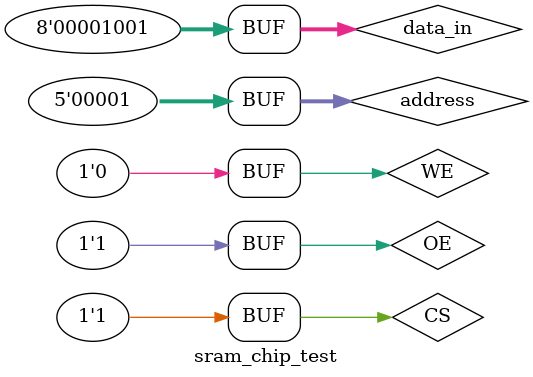
<source format=v>
`timescale 1ns / 1ps


module sram_chip_test;

	// Inputs
	reg [4:0] address;
	reg [7:0] data_in;
	reg CS;
	reg OE;
	reg WE;

	// Outputs
	wire [7:0] data_out;

	// Instantiate the Unit Under Test (UUT)
	sram_chip uut (
		.address(address), 
		.data_in(data_in), 
		.CS(CS), 
		.OE(OE), 
		.WE(WE), 
		.data_out(data_out)
	);

	initial begin
		// Initialize Inputs
		address = 0;
		data_in = 0;
		CS = 0;
		OE = 0;
		WE = 0;

		// Wait 100 ns for global reset to finish
		#100;
		#5 CS=0;OE=1;WE=1;address = 1;data_in = 0;
      #5 CS=0;OE=0;WE=1;address = 1;data_in = 12;
      #5 CS=1;OE=1;WE=1;address = 3;data_in = 9;
      #5 CS=1;OE=1;WE=0;address = 3;
      #5 CS=1;OE=1;WE=0;address = 1;
        
		// Add stimulus here

	end
      
endmodule


</source>
